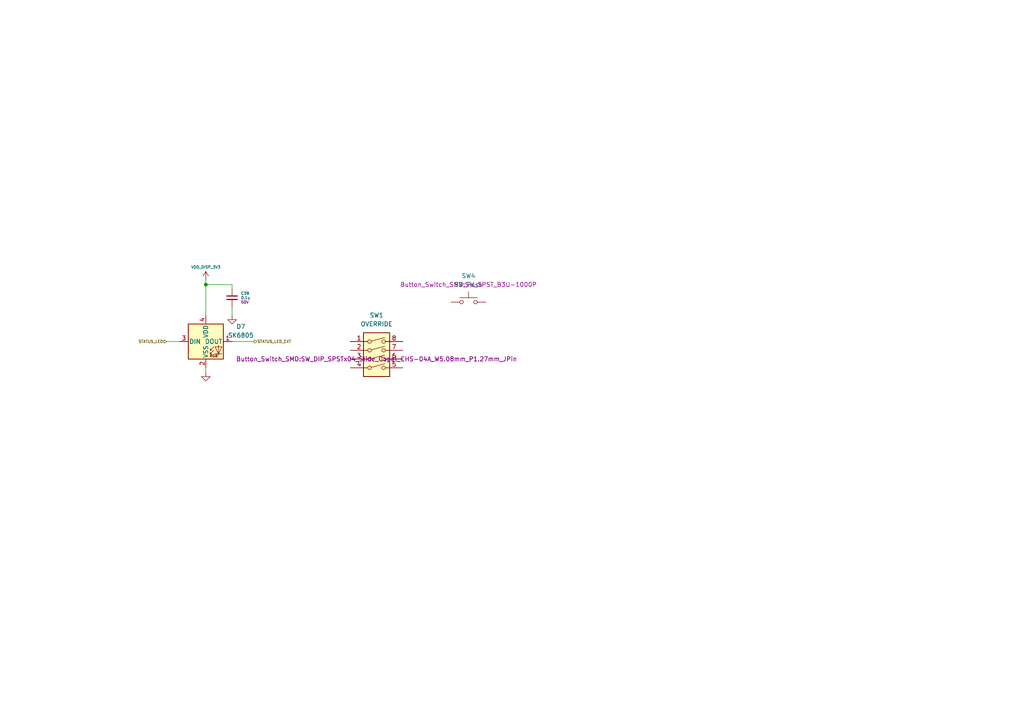
<source format=kicad_sch>
(kicad_sch (version 20211123) (generator eeschema)
  (paper "A4")
  (lib_symbols
    (symbol "Device:C_Small" (pin_numbers hide) (pin_names (offset 0.254) hide)
      (property "Reference" "C" (at 0.254 1.778 0))
      (property "Value" "C_Small" (at 0.254 -2.032 0))
      (symbol "C_Small_0_1"
        (polyline (pts (xy -1.524 -0.508) (xy 1.524 -0.508)) (stroke (width 0.3302)))
        (polyline (pts (xy -1.524 0.508) (xy 1.524 0.508)) (stroke (width 0.3048)))
      )
      (symbol "C_Small_1_1"
        (pin passive line (at 0 2.54 270) (length 2.032) (name "~") (number "1"))
        (pin passive line (at 0 -2.54 90) (length 2.032) (name "~") (number "2"))
      )
    )
    (symbol "LED:SK6805" (pin_names (offset 0.254))
      (property "Reference" "D" (at 5.08 5.715 0))
      (property "Value" "SK6805" (at 1.27 -5.715 0))
      (symbol "SK6805_0_0"
        (text "RGB" (at 2.286 -4.191 0) (effects (font (size 0.762 0.762))))
      )
      (symbol "SK6805_0_1"
        (polyline (pts (xy 1.27 -3.556) (xy 1.778 -3.556)))
        (polyline (pts (xy 1.27 -2.54) (xy 1.778 -2.54)))
        (polyline (pts (xy 4.699 -3.556) (xy 2.667 -3.556)))
        (polyline (pts (xy 2.286 -2.54) (xy 1.27 -3.556) (xy 1.27 -3.048)))
        (polyline (pts (xy 2.286 -1.524) (xy 1.27 -2.54) (xy 1.27 -2.032)))
        (polyline (pts (xy 3.683 -1.016) (xy 3.683 -3.556) (xy 3.683 -4.064)))
        (polyline (pts (xy 4.699 -1.524) (xy 2.667 -1.524) (xy 3.683 -3.556) (xy 4.699 -1.524)))
        (rectangle (start 5.08 5.08) (end -5.08 -5.08) (stroke (width 0.254)) (fill (type background)))
      )
      (symbol "SK6805_1_1"
        (pin output line (at 7.62 0 180) (length 2.54) (name "DOUT") (number "1"))
        (pin power_in line (at 0 -7.62 90) (length 2.54) (name "VSS") (number "2"))
        (pin input line (at -7.62 0 0) (length 2.54) (name "DIN") (number "3"))
        (pin power_in line (at 0 7.62 270) (length 2.54) (name "VDD") (number "4"))
      )
    )
    (symbol "Switch:SW_DIP_x04" (pin_names (offset 0) hide)
      (property "Reference" "SW" (at 0 8.89 0))
      (property "Value" "SW_DIP_x04" (at 0 -6.35 0))
      (symbol "SW_DIP_x04_0_0"
        (circle (center -2.032 -2.54) (radius 0.508))
        (circle (center -2.032 0) (radius 0.508))
        (circle (center -2.032 2.54) (radius 0.508))
        (circle (center -2.032 5.08) (radius 0.508))
        (polyline (pts (xy -1.524 -2.3876) (xy 2.3622 -1.3462)))
        (polyline (pts (xy -1.524 0.127) (xy 2.3622 1.1684)))
        (polyline (pts (xy -1.524 2.667) (xy 2.3622 3.7084)))
        (polyline (pts (xy -1.524 5.207) (xy 2.3622 6.2484)))
        (circle (center 2.032 -2.54) (radius 0.508))
        (circle (center 2.032 0) (radius 0.508))
        (circle (center 2.032 2.54) (radius 0.508))
        (circle (center 2.032 5.08) (radius 0.508))
      )
      (symbol "SW_DIP_x04_0_1"
        (rectangle (start -3.81 7.62) (end 3.81 -5.08) (stroke (width 0.254)) (fill (type background)))
      )
      (symbol "SW_DIP_x04_1_1"
        (pin passive line (at -7.62 5.08 0) (length 5.08) (name "~") (number "1"))
        (pin passive line (at -7.62 2.54 0) (length 5.08) (name "~") (number "2"))
        (pin passive line (at -7.62 0 0) (length 5.08) (name "~") (number "3"))
        (pin passive line (at -7.62 -2.54 0) (length 5.08) (name "~") (number "4"))
        (pin passive line (at 7.62 -2.54 180) (length 5.08) (name "~") (number "5"))
        (pin passive line (at 7.62 0 180) (length 5.08) (name "~") (number "6"))
        (pin passive line (at 7.62 2.54 180) (length 5.08) (name "~") (number "7"))
        (pin passive line (at 7.62 5.08 180) (length 5.08) (name "~") (number "8"))
      )
    )
    (symbol "Switch:SW_Push" (pin_numbers hide) (pin_names (offset 1.016) hide)
      (property "Reference" "SW" (at 1.27 2.54 0))
      (property "Value" "SW_Push" (at 0 -1.524 0))
      (symbol "SW_Push_0_1"
        (circle (center -2.032 0) (radius 0.508))
        (polyline (pts (xy 0 1.27) (xy 0 3.048)))
        (polyline (pts (xy 2.54 1.27) (xy -2.54 1.27)))
        (circle (center 2.032 0) (radius 0.508))
        (pin passive line (at -5.08 0 0) (length 2.54) (name "1") (number "1"))
        (pin passive line (at 5.08 0 180) (length 2.54) (name "2") (number "2"))
      )
    )
    (symbol "bt_power:VDD_DISP_3V3" (power) (in_bom no) (on_board no)
      (property "Value" "VDD_DISP_3V3" (at 0.2286 3.5814 0))
      (symbol "VDD_DISP_3V3_0_1"
        (polyline (pts (xy -0.762 1.27) (xy 0 2.54)))
        (polyline (pts (xy 0 0) (xy 0 2.54)))
        (polyline (pts (xy 0 2.54) (xy 0.762 1.27)))
      )
      (symbol "VDD_DISP_3V3_1_1"
        (pin power_in line (at 0 0 90) (length 0) hide (name "VDD_DISP_3V3") (number "1"))
      )
    )
    (symbol "power:GND" (power) (pin_names (offset 0))
      (property "Value" "GND" (at 0 -3.81 0))
      (symbol "GND_0_1"
        (polyline (pts (xy 0 0) (xy 0 -1.27) (xy 1.27 -1.27) (xy 0 -2.54) (xy -1.27 -1.27) (xy 0 -1.27)))
      )
      (symbol "GND_1_1"
        (pin power_in line (at 0 0 270) (length 0) hide (name "GND") (number "1"))
      )
    )
  )
  (junction (at 59.69 82.55))
  (wire (pts (xy 67.31 99.06) (xy 73.66 99.06)))
  (wire (pts (xy 67.31 88.9) (xy 67.31 91.44)))
  (wire (pts (xy 48.26 99.06) (xy 52.07 99.06)))
  (wire (pts (xy 59.69 107.95) (xy 59.69 106.68)))
  (wire (pts (xy 59.69 82.55) (xy 59.69 91.44)))
  (wire (pts (xy 67.31 82.55) (xy 67.31 83.82)))
  (wire (pts (xy 59.69 81.28) (xy 59.69 82.55)))
  (wire (pts (xy 59.69 82.55) (xy 67.31 82.55)))
  (hierarchical_label "STATUS_LED_EXT" (shape output) (at 73.66 99.06 0) (effects (font (size 0.8 0.8))))
  (hierarchical_label "STATUS_LED" (shape input) (at 48.26 99.06 180) (effects (font (size 0.8 0.8))))
  (symbol (lib_id "LED:SK6805") (at 59.69 99.06 0) (unit 1)
    (property "Reference" "D7" (at 69.85 94.7293 0))
    (property "Value" "SK6805" (at 69.85 97.2693 0))
    (property "Footprint" "LED_SMD:LED_SK6805_PLCC4_2.4x2.7mm_P1.3mm" (effects hide))
    (property "Datasheet" "https://cdn-shop.adafruit.com/product-files/3484/3484_Datasheet.pdf" (effects hide))
  )
  (symbol (lib_id "power:GND") (at 59.69 107.95 0) (unit 1)
    (property "Reference" "#PWR0108" (effects hide))
    (property "Value" "GND" (effects hide))
  )
  (symbol (lib_id "power:GND") (at 67.31 91.44 0) (unit 1)
    (property "Reference" "#PWR0109" (effects hide))
    (property "Value" "GND" (effects hide))
  )
  (symbol (lib_id "bt_power:VDD_DISP_3V3") (at 59.69 81.28 0) (unit 1) (in_bom no) (on_board no)
    (property "Reference" "#U0107" (effects hide))
    (property "Value" "VDD_DISP_3V3" (at 59.69 77.47 0) (effects (font (size 0.8 0.8))))
  )
  (symbol (lib_id "Switch:SW_DIP_x04") (at 109.22 104.14 0) (unit 1)
    (property "Reference" "SW1" (at 109.22 91.44 0))
    (property "Value" "OVERRIDE" (at 109.22 93.98 0))
    (property "Footprint" "Button_Switch_SMD:SW_DIP_SPSTx04_Slide_Copal_CHS-04A_W5.08mm_P1.27mm_JPin" (at 109.22 104.14 0))
  )
  (symbol (lib_id "Device:C_Small") (at 67.31 86.36 0) (unit 1)
    (property "Reference" "C39" (at 69.85 85.09 0) (effects (font (size 0.8 0.8)) (justify left)))
    (property "Value" "0.1u" (at 69.85 86.36 0) (effects (font (size 0.8 0.8)) (justify left)))
    (property "Footprint" "Capacitor_SMD:C_0402_1005Metric" (effects hide))
    (property "Voltage" "50V" (at 69.85 87.63 0) (effects (font (size 0.8 0.8)) (justify left)))
  )
  (symbol (lib_id "Switch:SW_Push") (at 135.89 87.63 0) (unit 1)
    (property "Reference" "SW4" (at 135.89 80.01 0))
    (property "Value" "SW_Push" (at 135.89 82.55 0))
    (property "Footprint" "Button_Switch_SMD:SW_SPST_B3U-1000P" (at 135.89 82.55 0))
  )
)
</source>
